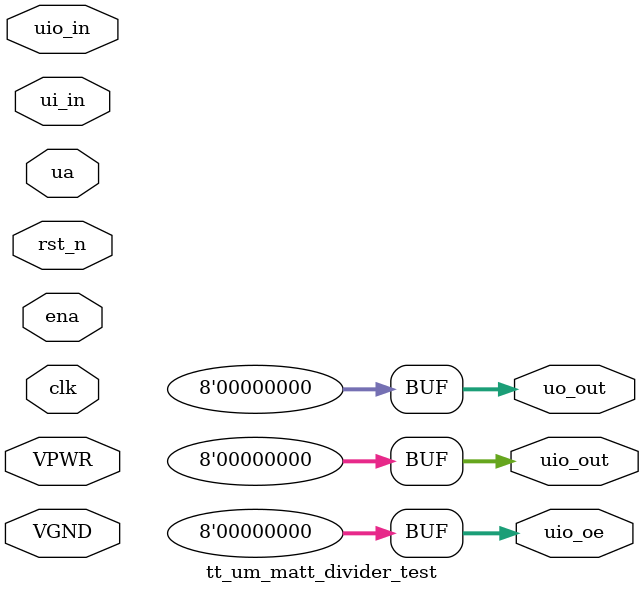
<source format=v>
module tt_um_matt_divider_test(	// file.cleaned.mlir:2:3
  input        VGND,	// file.cleaned.mlir:2:41
               VPWR,	// file.cleaned.mlir:2:56
               clk,	// file.cleaned.mlir:2:71
               ena,	// file.cleaned.mlir:2:85
               rst_n,	// file.cleaned.mlir:2:99
  input  [7:0] ui_in,	// file.cleaned.mlir:2:115
               uio_in,	// file.cleaned.mlir:2:131
  inout  [7:0] ua,	// file.cleaned.mlir:2:151
  output [7:0] uio_oe,	// file.cleaned.mlir:2:165
               uio_out,	// file.cleaned.mlir:2:182
               uo_out	// file.cleaned.mlir:2:200
);

  assign uio_oe = 8'h0;	// file.cleaned.mlir:3:14, :4:5
  assign uio_out = 8'h0;	// file.cleaned.mlir:3:14, :4:5
  assign uo_out = 8'h0;	// file.cleaned.mlir:3:14, :4:5
endmodule


</source>
